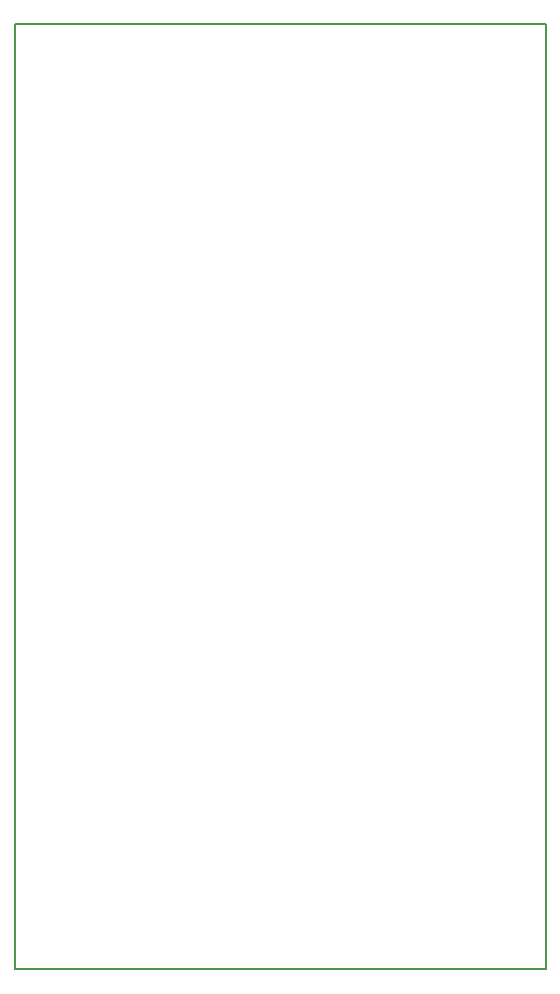
<source format=gm1>
%TF.GenerationSoftware,KiCad,Pcbnew,8.0.7*%
%TF.CreationDate,2025-03-07T17:05:54+07:00*%
%TF.ProjectId,BTL_NGUYENTRUNG,42544c5f-4e47-4555-9945-4e5452554e47,rev?*%
%TF.SameCoordinates,Original*%
%TF.FileFunction,Profile,NP*%
%FSLAX46Y46*%
G04 Gerber Fmt 4.6, Leading zero omitted, Abs format (unit mm)*
G04 Created by KiCad (PCBNEW 8.0.7) date 2025-03-07 17:05:54*
%MOMM*%
%LPD*%
G01*
G04 APERTURE LIST*
%TA.AperFunction,Profile*%
%ADD10C,0.200000*%
%TD*%
G04 APERTURE END LIST*
D10*
X42100000Y-20200000D02*
X87100000Y-20200000D01*
X87100000Y-100200000D01*
X42100000Y-100200000D01*
X42100000Y-20200000D01*
M02*

</source>
